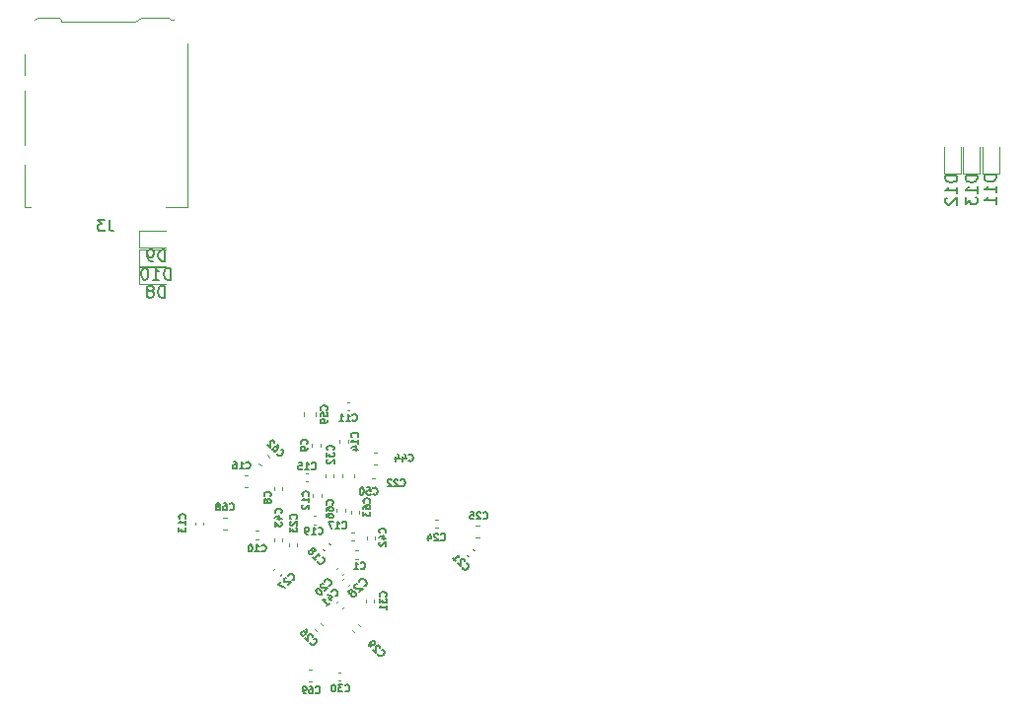
<source format=gbr>
%TF.GenerationSoftware,KiCad,Pcbnew,5.99.0+really5.1.10+dfsg1-1*%
%TF.CreationDate,2021-11-29T17:38:57+01:00*%
%TF.ProjectId,max80,6d617838-302e-46b6-9963-61645f706362,1.00*%
%TF.SameCoordinates,Original*%
%TF.FileFunction,Legend,Bot*%
%TF.FilePolarity,Positive*%
%FSLAX46Y46*%
G04 Gerber Fmt 4.6, Leading zero omitted, Abs format (unit mm)*
G04 Created by KiCad (PCBNEW 5.99.0+really5.1.10+dfsg1-1) date 2021-11-29 17:38:57*
%MOMM*%
%LPD*%
G01*
G04 APERTURE LIST*
%ADD10C,0.120000*%
%ADD11C,0.150000*%
G04 APERTURE END LIST*
D10*
%TO.C,D13*%
X193335000Y-52050000D02*
X193335000Y-54335000D01*
X193335000Y-54335000D02*
X191865000Y-54335000D01*
X191865000Y-54335000D02*
X191865000Y-52050000D01*
%TO.C,D12*%
X191685000Y-52050000D02*
X191685000Y-54335000D01*
X191685000Y-54335000D02*
X190215000Y-54335000D01*
X190215000Y-54335000D02*
X190215000Y-52050000D01*
%TO.C,D11*%
X195010000Y-52050000D02*
X195010000Y-54335000D01*
X195010000Y-54335000D02*
X193540000Y-54335000D01*
X193540000Y-54335000D02*
X193540000Y-52050000D01*
%TO.C,D10*%
X123437500Y-62335000D02*
X121152500Y-62335000D01*
X121152500Y-62335000D02*
X121152500Y-60865000D01*
X121152500Y-60865000D02*
X123437500Y-60865000D01*
%TO.C,D9*%
X123450000Y-60760000D02*
X121165000Y-60760000D01*
X121165000Y-60760000D02*
X121165000Y-59290000D01*
X121165000Y-59290000D02*
X123450000Y-59290000D01*
%TO.C,D8*%
X123425000Y-63860000D02*
X121140000Y-63860000D01*
X121140000Y-63860000D02*
X121140000Y-62390000D01*
X121140000Y-62390000D02*
X123425000Y-62390000D01*
%TO.C,C44*%
X141329420Y-78310000D02*
X141610580Y-78310000D01*
X141329420Y-79330000D02*
X141610580Y-79330000D01*
%TO.C,J3*%
X123435000Y-57225000D02*
X125355000Y-57225000D01*
X125355000Y-57225000D02*
X125355000Y-43215000D01*
X111835000Y-57225000D02*
X111385000Y-57225000D01*
X111385000Y-57225000D02*
X111385000Y-53615000D01*
X123675000Y-40955000D02*
X121365000Y-40955000D01*
X112415000Y-40955000D02*
X114275000Y-40955000D01*
X112415000Y-40955000D02*
X112215000Y-41155000D01*
X111385000Y-51915000D02*
X111385000Y-47215000D01*
X111385000Y-45915000D02*
X111385000Y-44115000D01*
X114485000Y-41305000D02*
X120855000Y-41305000D01*
X114485000Y-41305000D02*
X114485000Y-41155000D01*
X114275000Y-40955000D02*
X114485000Y-41155000D01*
X123675000Y-40955000D02*
X123875000Y-41155000D01*
X123875000Y-41155000D02*
X124135000Y-41155000D01*
X121365000Y-40955000D02*
X120855000Y-41305000D01*
%TO.C,C62*%
X131628781Y-79440030D02*
X131429970Y-79241219D01*
X132350030Y-78718781D02*
X132151219Y-78519970D01*
%TO.C,C69*%
X136020580Y-97960000D02*
X135739420Y-97960000D01*
X136020580Y-96940000D02*
X135739420Y-96940000D01*
%TO.C,C68*%
X128680580Y-84950000D02*
X128399420Y-84950000D01*
X128680580Y-83930000D02*
X128399420Y-83930000D01*
%TO.C,C59*%
X135280000Y-75170580D02*
X135280000Y-74889420D01*
X136300000Y-75170580D02*
X136300000Y-74889420D01*
%TO.C,C50*%
X138620000Y-80440580D02*
X138620000Y-80159420D01*
X139640000Y-80440580D02*
X139640000Y-80159420D01*
%TO.C,C25*%
X150059420Y-84620000D02*
X150340580Y-84620000D01*
X150059420Y-85640000D02*
X150340580Y-85640000D01*
%TO.C,C16*%
X130490580Y-81260000D02*
X130209420Y-81260000D01*
X130490580Y-80240000D02*
X130209420Y-80240000D01*
%TO.C,C28*%
X138800221Y-91518896D02*
X138647718Y-91671399D01*
X138291104Y-91009779D02*
X138138601Y-91162282D01*
%TO.C,C43*%
X132760000Y-85907836D02*
X132760000Y-85692164D01*
X133480000Y-85907836D02*
X133480000Y-85692164D01*
%TO.C,C42*%
X140690000Y-85737836D02*
X140690000Y-85522164D01*
X141410000Y-85737836D02*
X141410000Y-85522164D01*
%TO.C,C41*%
X138599190Y-89231693D02*
X138751693Y-89079190D01*
X139108307Y-89740810D02*
X139260810Y-89588307D01*
%TO.C,C32*%
X137160000Y-80427836D02*
X137160000Y-80212164D01*
X137880000Y-80427836D02*
X137880000Y-80212164D01*
%TO.C,C31*%
X140620000Y-91157836D02*
X140620000Y-90942164D01*
X141340000Y-91157836D02*
X141340000Y-90942164D01*
%TO.C,C30*%
X138262164Y-97180000D02*
X138477836Y-97180000D01*
X138262164Y-97900000D02*
X138477836Y-97900000D01*
%TO.C,C29*%
X139944581Y-93055464D02*
X140097084Y-93207967D01*
X139435464Y-93564581D02*
X139587967Y-93717084D01*
%TO.C,C27*%
X132725464Y-88385419D02*
X132877967Y-88232916D01*
X133234581Y-88894536D02*
X133387084Y-88742033D01*
%TO.C,C26*%
X136411693Y-93620810D02*
X136259190Y-93468307D01*
X136920810Y-93111693D02*
X136768307Y-92959190D01*
%TO.C,C24*%
X146572164Y-84080000D02*
X146787836Y-84080000D01*
X146572164Y-84800000D02*
X146787836Y-84800000D01*
%TO.C,C23*%
X134740000Y-86142164D02*
X134740000Y-86357836D01*
X134020000Y-86142164D02*
X134020000Y-86357836D01*
%TO.C,C22*%
X141377836Y-81280000D02*
X141162164Y-81280000D01*
X141377836Y-80560000D02*
X141162164Y-80560000D01*
%TO.C,C21*%
X149808307Y-86589190D02*
X149960810Y-86741693D01*
X149299190Y-87098307D02*
X149451693Y-87250810D01*
%TO.C,C20*%
X138079190Y-88331693D02*
X138231693Y-88179190D01*
X138588307Y-88840810D02*
X138740810Y-88688307D01*
%TO.C,C19*%
X136122164Y-83760000D02*
X136337836Y-83760000D01*
X136122164Y-84480000D02*
X136337836Y-84480000D01*
%TO.C,C18*%
X137408307Y-86079190D02*
X137560810Y-86231693D01*
X136899190Y-86588307D02*
X137051693Y-86740810D01*
%TO.C,C17*%
X139627836Y-85900000D02*
X139412164Y-85900000D01*
X139627836Y-85180000D02*
X139412164Y-85180000D01*
%TO.C,C15*%
X135442164Y-80090000D02*
X135657836Y-80090000D01*
X135442164Y-80810000D02*
X135657836Y-80810000D01*
%TO.C,C14*%
X138390000Y-77477836D02*
X138390000Y-77262164D01*
X139110000Y-77477836D02*
X139110000Y-77262164D01*
%TO.C,C13*%
X125980000Y-84527836D02*
X125980000Y-84312164D01*
X126700000Y-84527836D02*
X126700000Y-84312164D01*
%TO.C,C12*%
X136100000Y-82137836D02*
X136100000Y-81922164D01*
X136820000Y-82137836D02*
X136820000Y-81922164D01*
%TO.C,C11*%
X139002164Y-74010000D02*
X139217836Y-74010000D01*
X139002164Y-74730000D02*
X139217836Y-74730000D01*
%TO.C,C10*%
X131192164Y-85030000D02*
X131407836Y-85030000D01*
X131192164Y-85750000D02*
X131407836Y-85750000D01*
%TO.C,C9*%
X135990000Y-77787836D02*
X135990000Y-77572164D01*
X136710000Y-77787836D02*
X136710000Y-77572164D01*
%TO.C,C8*%
X132760000Y-81507836D02*
X132760000Y-81292164D01*
X133480000Y-81507836D02*
X133480000Y-81292164D01*
%TO.C,C1*%
X139967836Y-87460000D02*
X139752164Y-87460000D01*
X139967836Y-86740000D02*
X139752164Y-86740000D01*
%TO.C,C66*%
X138850000Y-83162164D02*
X138850000Y-83377836D01*
X138130000Y-83162164D02*
X138130000Y-83377836D01*
%TO.C,C63*%
X139330000Y-83547836D02*
X139330000Y-83332164D01*
X140050000Y-83547836D02*
X140050000Y-83332164D01*
%TO.C,D13*%
D11*
X193102380Y-54535714D02*
X192102380Y-54535714D01*
X192102380Y-54773809D01*
X192150000Y-54916666D01*
X192245238Y-55011904D01*
X192340476Y-55059523D01*
X192530952Y-55107142D01*
X192673809Y-55107142D01*
X192864285Y-55059523D01*
X192959523Y-55011904D01*
X193054761Y-54916666D01*
X193102380Y-54773809D01*
X193102380Y-54535714D01*
X193102380Y-56059523D02*
X193102380Y-55488095D01*
X193102380Y-55773809D02*
X192102380Y-55773809D01*
X192245238Y-55678571D01*
X192340476Y-55583333D01*
X192388095Y-55488095D01*
X192102380Y-56392857D02*
X192102380Y-57011904D01*
X192483333Y-56678571D01*
X192483333Y-56821428D01*
X192530952Y-56916666D01*
X192578571Y-56964285D01*
X192673809Y-57011904D01*
X192911904Y-57011904D01*
X193007142Y-56964285D01*
X193054761Y-56916666D01*
X193102380Y-56821428D01*
X193102380Y-56535714D01*
X193054761Y-56440476D01*
X193007142Y-56392857D01*
%TO.C,D12*%
X191377380Y-54560714D02*
X190377380Y-54560714D01*
X190377380Y-54798809D01*
X190425000Y-54941666D01*
X190520238Y-55036904D01*
X190615476Y-55084523D01*
X190805952Y-55132142D01*
X190948809Y-55132142D01*
X191139285Y-55084523D01*
X191234523Y-55036904D01*
X191329761Y-54941666D01*
X191377380Y-54798809D01*
X191377380Y-54560714D01*
X191377380Y-56084523D02*
X191377380Y-55513095D01*
X191377380Y-55798809D02*
X190377380Y-55798809D01*
X190520238Y-55703571D01*
X190615476Y-55608333D01*
X190663095Y-55513095D01*
X190472619Y-56465476D02*
X190425000Y-56513095D01*
X190377380Y-56608333D01*
X190377380Y-56846428D01*
X190425000Y-56941666D01*
X190472619Y-56989285D01*
X190567857Y-57036904D01*
X190663095Y-57036904D01*
X190805952Y-56989285D01*
X191377380Y-56417857D01*
X191377380Y-57036904D01*
%TO.C,D11*%
X194702380Y-54485714D02*
X193702380Y-54485714D01*
X193702380Y-54723809D01*
X193750000Y-54866666D01*
X193845238Y-54961904D01*
X193940476Y-55009523D01*
X194130952Y-55057142D01*
X194273809Y-55057142D01*
X194464285Y-55009523D01*
X194559523Y-54961904D01*
X194654761Y-54866666D01*
X194702380Y-54723809D01*
X194702380Y-54485714D01*
X194702380Y-56009523D02*
X194702380Y-55438095D01*
X194702380Y-55723809D02*
X193702380Y-55723809D01*
X193845238Y-55628571D01*
X193940476Y-55533333D01*
X193988095Y-55438095D01*
X194702380Y-56961904D02*
X194702380Y-56390476D01*
X194702380Y-56676190D02*
X193702380Y-56676190D01*
X193845238Y-56580952D01*
X193940476Y-56485714D01*
X193988095Y-56390476D01*
%TO.C,D10*%
X123851785Y-63482380D02*
X123851785Y-62482380D01*
X123613690Y-62482380D01*
X123470833Y-62530000D01*
X123375595Y-62625238D01*
X123327976Y-62720476D01*
X123280357Y-62910952D01*
X123280357Y-63053809D01*
X123327976Y-63244285D01*
X123375595Y-63339523D01*
X123470833Y-63434761D01*
X123613690Y-63482380D01*
X123851785Y-63482380D01*
X122327976Y-63482380D02*
X122899404Y-63482380D01*
X122613690Y-63482380D02*
X122613690Y-62482380D01*
X122708928Y-62625238D01*
X122804166Y-62720476D01*
X122899404Y-62768095D01*
X121708928Y-62482380D02*
X121613690Y-62482380D01*
X121518452Y-62530000D01*
X121470833Y-62577619D01*
X121423214Y-62672857D01*
X121375595Y-62863333D01*
X121375595Y-63101428D01*
X121423214Y-63291904D01*
X121470833Y-63387142D01*
X121518452Y-63434761D01*
X121613690Y-63482380D01*
X121708928Y-63482380D01*
X121804166Y-63434761D01*
X121851785Y-63387142D01*
X121899404Y-63291904D01*
X121947023Y-63101428D01*
X121947023Y-62863333D01*
X121899404Y-62672857D01*
X121851785Y-62577619D01*
X121804166Y-62530000D01*
X121708928Y-62482380D01*
%TO.C,D9*%
X123388095Y-61907380D02*
X123388095Y-60907380D01*
X123150000Y-60907380D01*
X123007142Y-60955000D01*
X122911904Y-61050238D01*
X122864285Y-61145476D01*
X122816666Y-61335952D01*
X122816666Y-61478809D01*
X122864285Y-61669285D01*
X122911904Y-61764523D01*
X123007142Y-61859761D01*
X123150000Y-61907380D01*
X123388095Y-61907380D01*
X122340476Y-61907380D02*
X122150000Y-61907380D01*
X122054761Y-61859761D01*
X122007142Y-61812142D01*
X121911904Y-61669285D01*
X121864285Y-61478809D01*
X121864285Y-61097857D01*
X121911904Y-61002619D01*
X121959523Y-60955000D01*
X122054761Y-60907380D01*
X122245238Y-60907380D01*
X122340476Y-60955000D01*
X122388095Y-61002619D01*
X122435714Y-61097857D01*
X122435714Y-61335952D01*
X122388095Y-61431190D01*
X122340476Y-61478809D01*
X122245238Y-61526428D01*
X122054761Y-61526428D01*
X121959523Y-61478809D01*
X121911904Y-61431190D01*
X121864285Y-61335952D01*
%TO.C,D8*%
X123363095Y-65007380D02*
X123363095Y-64007380D01*
X123125000Y-64007380D01*
X122982142Y-64055000D01*
X122886904Y-64150238D01*
X122839285Y-64245476D01*
X122791666Y-64435952D01*
X122791666Y-64578809D01*
X122839285Y-64769285D01*
X122886904Y-64864523D01*
X122982142Y-64959761D01*
X123125000Y-65007380D01*
X123363095Y-65007380D01*
X122220238Y-64435952D02*
X122315476Y-64388333D01*
X122363095Y-64340714D01*
X122410714Y-64245476D01*
X122410714Y-64197857D01*
X122363095Y-64102619D01*
X122315476Y-64055000D01*
X122220238Y-64007380D01*
X122029761Y-64007380D01*
X121934523Y-64055000D01*
X121886904Y-64102619D01*
X121839285Y-64197857D01*
X121839285Y-64245476D01*
X121886904Y-64340714D01*
X121934523Y-64388333D01*
X122029761Y-64435952D01*
X122220238Y-64435952D01*
X122315476Y-64483571D01*
X122363095Y-64531190D01*
X122410714Y-64626428D01*
X122410714Y-64816904D01*
X122363095Y-64912142D01*
X122315476Y-64959761D01*
X122220238Y-65007380D01*
X122029761Y-65007380D01*
X121934523Y-64959761D01*
X121886904Y-64912142D01*
X121839285Y-64816904D01*
X121839285Y-64626428D01*
X121886904Y-64531190D01*
X121934523Y-64483571D01*
X122029761Y-64435952D01*
%TO.C,C44*%
X144305714Y-79004285D02*
X144334285Y-79032857D01*
X144420000Y-79061428D01*
X144477142Y-79061428D01*
X144562857Y-79032857D01*
X144620000Y-78975714D01*
X144648571Y-78918571D01*
X144677142Y-78804285D01*
X144677142Y-78718571D01*
X144648571Y-78604285D01*
X144620000Y-78547142D01*
X144562857Y-78490000D01*
X144477142Y-78461428D01*
X144420000Y-78461428D01*
X144334285Y-78490000D01*
X144305714Y-78518571D01*
X143791428Y-78661428D02*
X143791428Y-79061428D01*
X143934285Y-78432857D02*
X144077142Y-78861428D01*
X143705714Y-78861428D01*
X143220000Y-78661428D02*
X143220000Y-79061428D01*
X143362857Y-78432857D02*
X143505714Y-78861428D01*
X143134285Y-78861428D01*
%TO.C,J3*%
X118618333Y-58317380D02*
X118618333Y-59031666D01*
X118665952Y-59174523D01*
X118761190Y-59269761D01*
X118904047Y-59317380D01*
X118999285Y-59317380D01*
X118237380Y-58317380D02*
X117618333Y-58317380D01*
X117951666Y-58698333D01*
X117808809Y-58698333D01*
X117713571Y-58745952D01*
X117665952Y-58793571D01*
X117618333Y-58888809D01*
X117618333Y-59126904D01*
X117665952Y-59222142D01*
X117713571Y-59269761D01*
X117808809Y-59317380D01*
X118094523Y-59317380D01*
X118189761Y-59269761D01*
X118237380Y-59222142D01*
%TO.C,C62*%
X133022381Y-78393101D02*
X133022381Y-78433507D01*
X133062787Y-78514319D01*
X133103193Y-78554725D01*
X133184005Y-78595131D01*
X133264817Y-78595131D01*
X133325427Y-78574928D01*
X133426442Y-78514319D01*
X133487051Y-78453710D01*
X133547660Y-78352694D01*
X133567863Y-78292085D01*
X133567863Y-78211273D01*
X133527457Y-78130461D01*
X133487051Y-78090055D01*
X133406239Y-78049649D01*
X133365833Y-78049649D01*
X133042584Y-77645588D02*
X133123396Y-77726400D01*
X133143599Y-77787009D01*
X133143599Y-77827415D01*
X133123396Y-77928430D01*
X133062787Y-78029446D01*
X132901163Y-78191070D01*
X132840553Y-78211273D01*
X132800147Y-78211273D01*
X132739538Y-78191070D01*
X132658726Y-78110258D01*
X132638523Y-78049649D01*
X132638523Y-78009243D01*
X132658726Y-77948633D01*
X132759741Y-77847618D01*
X132820350Y-77827415D01*
X132860756Y-77827415D01*
X132921366Y-77847618D01*
X133002178Y-77928430D01*
X133022381Y-77989040D01*
X133022381Y-78029446D01*
X133002178Y-78090055D01*
X132800147Y-77483963D02*
X132800147Y-77443557D01*
X132779944Y-77382948D01*
X132678929Y-77281933D01*
X132618320Y-77261730D01*
X132577914Y-77261730D01*
X132517305Y-77281933D01*
X132476898Y-77322339D01*
X132436492Y-77403151D01*
X132436492Y-77888024D01*
X132173853Y-77625385D01*
%TO.C,C69*%
X136325714Y-98924285D02*
X136354285Y-98952857D01*
X136440000Y-98981428D01*
X136497142Y-98981428D01*
X136582857Y-98952857D01*
X136640000Y-98895714D01*
X136668571Y-98838571D01*
X136697142Y-98724285D01*
X136697142Y-98638571D01*
X136668571Y-98524285D01*
X136640000Y-98467142D01*
X136582857Y-98410000D01*
X136497142Y-98381428D01*
X136440000Y-98381428D01*
X136354285Y-98410000D01*
X136325714Y-98438571D01*
X135811428Y-98381428D02*
X135925714Y-98381428D01*
X135982857Y-98410000D01*
X136011428Y-98438571D01*
X136068571Y-98524285D01*
X136097142Y-98638571D01*
X136097142Y-98867142D01*
X136068571Y-98924285D01*
X136040000Y-98952857D01*
X135982857Y-98981428D01*
X135868571Y-98981428D01*
X135811428Y-98952857D01*
X135782857Y-98924285D01*
X135754285Y-98867142D01*
X135754285Y-98724285D01*
X135782857Y-98667142D01*
X135811428Y-98638571D01*
X135868571Y-98610000D01*
X135982857Y-98610000D01*
X136040000Y-98638571D01*
X136068571Y-98667142D01*
X136097142Y-98724285D01*
X135468571Y-98981428D02*
X135354285Y-98981428D01*
X135297142Y-98952857D01*
X135268571Y-98924285D01*
X135211428Y-98838571D01*
X135182857Y-98724285D01*
X135182857Y-98495714D01*
X135211428Y-98438571D01*
X135240000Y-98410000D01*
X135297142Y-98381428D01*
X135411428Y-98381428D01*
X135468571Y-98410000D01*
X135497142Y-98438571D01*
X135525714Y-98495714D01*
X135525714Y-98638571D01*
X135497142Y-98695714D01*
X135468571Y-98724285D01*
X135411428Y-98752857D01*
X135297142Y-98752857D01*
X135240000Y-98724285D01*
X135211428Y-98695714D01*
X135182857Y-98638571D01*
%TO.C,C68*%
X128925714Y-83224285D02*
X128954285Y-83252857D01*
X129040000Y-83281428D01*
X129097142Y-83281428D01*
X129182857Y-83252857D01*
X129240000Y-83195714D01*
X129268571Y-83138571D01*
X129297142Y-83024285D01*
X129297142Y-82938571D01*
X129268571Y-82824285D01*
X129240000Y-82767142D01*
X129182857Y-82710000D01*
X129097142Y-82681428D01*
X129040000Y-82681428D01*
X128954285Y-82710000D01*
X128925714Y-82738571D01*
X128411428Y-82681428D02*
X128525714Y-82681428D01*
X128582857Y-82710000D01*
X128611428Y-82738571D01*
X128668571Y-82824285D01*
X128697142Y-82938571D01*
X128697142Y-83167142D01*
X128668571Y-83224285D01*
X128640000Y-83252857D01*
X128582857Y-83281428D01*
X128468571Y-83281428D01*
X128411428Y-83252857D01*
X128382857Y-83224285D01*
X128354285Y-83167142D01*
X128354285Y-83024285D01*
X128382857Y-82967142D01*
X128411428Y-82938571D01*
X128468571Y-82910000D01*
X128582857Y-82910000D01*
X128640000Y-82938571D01*
X128668571Y-82967142D01*
X128697142Y-83024285D01*
X128011428Y-82938571D02*
X128068571Y-82910000D01*
X128097142Y-82881428D01*
X128125714Y-82824285D01*
X128125714Y-82795714D01*
X128097142Y-82738571D01*
X128068571Y-82710000D01*
X128011428Y-82681428D01*
X127897142Y-82681428D01*
X127840000Y-82710000D01*
X127811428Y-82738571D01*
X127782857Y-82795714D01*
X127782857Y-82824285D01*
X127811428Y-82881428D01*
X127840000Y-82910000D01*
X127897142Y-82938571D01*
X128011428Y-82938571D01*
X128068571Y-82967142D01*
X128097142Y-82995714D01*
X128125714Y-83052857D01*
X128125714Y-83167142D01*
X128097142Y-83224285D01*
X128068571Y-83252857D01*
X128011428Y-83281428D01*
X127897142Y-83281428D01*
X127840000Y-83252857D01*
X127811428Y-83224285D01*
X127782857Y-83167142D01*
X127782857Y-83052857D01*
X127811428Y-82995714D01*
X127840000Y-82967142D01*
X127897142Y-82938571D01*
%TO.C,C59*%
X137274285Y-74664285D02*
X137302857Y-74635714D01*
X137331428Y-74550000D01*
X137331428Y-74492857D01*
X137302857Y-74407142D01*
X137245714Y-74350000D01*
X137188571Y-74321428D01*
X137074285Y-74292857D01*
X136988571Y-74292857D01*
X136874285Y-74321428D01*
X136817142Y-74350000D01*
X136760000Y-74407142D01*
X136731428Y-74492857D01*
X136731428Y-74550000D01*
X136760000Y-74635714D01*
X136788571Y-74664285D01*
X136731428Y-75207142D02*
X136731428Y-74921428D01*
X137017142Y-74892857D01*
X136988571Y-74921428D01*
X136960000Y-74978571D01*
X136960000Y-75121428D01*
X136988571Y-75178571D01*
X137017142Y-75207142D01*
X137074285Y-75235714D01*
X137217142Y-75235714D01*
X137274285Y-75207142D01*
X137302857Y-75178571D01*
X137331428Y-75121428D01*
X137331428Y-74978571D01*
X137302857Y-74921428D01*
X137274285Y-74892857D01*
X137331428Y-75521428D02*
X137331428Y-75635714D01*
X137302857Y-75692857D01*
X137274285Y-75721428D01*
X137188571Y-75778571D01*
X137074285Y-75807142D01*
X136845714Y-75807142D01*
X136788571Y-75778571D01*
X136760000Y-75750000D01*
X136731428Y-75692857D01*
X136731428Y-75578571D01*
X136760000Y-75521428D01*
X136788571Y-75492857D01*
X136845714Y-75464285D01*
X136988571Y-75464285D01*
X137045714Y-75492857D01*
X137074285Y-75521428D01*
X137102857Y-75578571D01*
X137102857Y-75692857D01*
X137074285Y-75750000D01*
X137045714Y-75778571D01*
X136988571Y-75807142D01*
%TO.C,C50*%
X141255714Y-81874285D02*
X141284285Y-81902857D01*
X141370000Y-81931428D01*
X141427142Y-81931428D01*
X141512857Y-81902857D01*
X141570000Y-81845714D01*
X141598571Y-81788571D01*
X141627142Y-81674285D01*
X141627142Y-81588571D01*
X141598571Y-81474285D01*
X141570000Y-81417142D01*
X141512857Y-81360000D01*
X141427142Y-81331428D01*
X141370000Y-81331428D01*
X141284285Y-81360000D01*
X141255714Y-81388571D01*
X140712857Y-81331428D02*
X140998571Y-81331428D01*
X141027142Y-81617142D01*
X140998571Y-81588571D01*
X140941428Y-81560000D01*
X140798571Y-81560000D01*
X140741428Y-81588571D01*
X140712857Y-81617142D01*
X140684285Y-81674285D01*
X140684285Y-81817142D01*
X140712857Y-81874285D01*
X140741428Y-81902857D01*
X140798571Y-81931428D01*
X140941428Y-81931428D01*
X140998571Y-81902857D01*
X141027142Y-81874285D01*
X140312857Y-81331428D02*
X140255714Y-81331428D01*
X140198571Y-81360000D01*
X140170000Y-81388571D01*
X140141428Y-81445714D01*
X140112857Y-81560000D01*
X140112857Y-81702857D01*
X140141428Y-81817142D01*
X140170000Y-81874285D01*
X140198571Y-81902857D01*
X140255714Y-81931428D01*
X140312857Y-81931428D01*
X140370000Y-81902857D01*
X140398571Y-81874285D01*
X140427142Y-81817142D01*
X140455714Y-81702857D01*
X140455714Y-81560000D01*
X140427142Y-81445714D01*
X140398571Y-81388571D01*
X140370000Y-81360000D01*
X140312857Y-81331428D01*
%TO.C,C25*%
X150705714Y-83974285D02*
X150734285Y-84002857D01*
X150820000Y-84031428D01*
X150877142Y-84031428D01*
X150962857Y-84002857D01*
X151020000Y-83945714D01*
X151048571Y-83888571D01*
X151077142Y-83774285D01*
X151077142Y-83688571D01*
X151048571Y-83574285D01*
X151020000Y-83517142D01*
X150962857Y-83460000D01*
X150877142Y-83431428D01*
X150820000Y-83431428D01*
X150734285Y-83460000D01*
X150705714Y-83488571D01*
X150477142Y-83488571D02*
X150448571Y-83460000D01*
X150391428Y-83431428D01*
X150248571Y-83431428D01*
X150191428Y-83460000D01*
X150162857Y-83488571D01*
X150134285Y-83545714D01*
X150134285Y-83602857D01*
X150162857Y-83688571D01*
X150505714Y-84031428D01*
X150134285Y-84031428D01*
X149591428Y-83431428D02*
X149877142Y-83431428D01*
X149905714Y-83717142D01*
X149877142Y-83688571D01*
X149820000Y-83660000D01*
X149677142Y-83660000D01*
X149620000Y-83688571D01*
X149591428Y-83717142D01*
X149562857Y-83774285D01*
X149562857Y-83917142D01*
X149591428Y-83974285D01*
X149620000Y-84002857D01*
X149677142Y-84031428D01*
X149820000Y-84031428D01*
X149877142Y-84002857D01*
X149905714Y-83974285D01*
%TO.C,C16*%
X130345714Y-79664285D02*
X130374285Y-79692857D01*
X130460000Y-79721428D01*
X130517142Y-79721428D01*
X130602857Y-79692857D01*
X130660000Y-79635714D01*
X130688571Y-79578571D01*
X130717142Y-79464285D01*
X130717142Y-79378571D01*
X130688571Y-79264285D01*
X130660000Y-79207142D01*
X130602857Y-79150000D01*
X130517142Y-79121428D01*
X130460000Y-79121428D01*
X130374285Y-79150000D01*
X130345714Y-79178571D01*
X129774285Y-79721428D02*
X130117142Y-79721428D01*
X129945714Y-79721428D02*
X129945714Y-79121428D01*
X130002857Y-79207142D01*
X130060000Y-79264285D01*
X130117142Y-79292857D01*
X129260000Y-79121428D02*
X129374285Y-79121428D01*
X129431428Y-79150000D01*
X129460000Y-79178571D01*
X129517142Y-79264285D01*
X129545714Y-79378571D01*
X129545714Y-79607142D01*
X129517142Y-79664285D01*
X129488571Y-79692857D01*
X129431428Y-79721428D01*
X129317142Y-79721428D01*
X129260000Y-79692857D01*
X129231428Y-79664285D01*
X129202857Y-79607142D01*
X129202857Y-79464285D01*
X129231428Y-79407142D01*
X129260000Y-79378571D01*
X129317142Y-79350000D01*
X129431428Y-79350000D01*
X129488571Y-79378571D01*
X129517142Y-79407142D01*
X129545714Y-79464285D01*
%TO.C,C28*%
X140464974Y-89788578D02*
X140512115Y-89788578D01*
X140606396Y-89741438D01*
X140653536Y-89694297D01*
X140700677Y-89600016D01*
X140700677Y-89505735D01*
X140677106Y-89435025D01*
X140606396Y-89317174D01*
X140535685Y-89246463D01*
X140417834Y-89175752D01*
X140347123Y-89152182D01*
X140252842Y-89152182D01*
X140158561Y-89199322D01*
X140111421Y-89246463D01*
X140064280Y-89340744D01*
X140064280Y-89387884D01*
X139875719Y-89576446D02*
X139828578Y-89576446D01*
X139757867Y-89600016D01*
X139640016Y-89717867D01*
X139616446Y-89788578D01*
X139616446Y-89835719D01*
X139640016Y-89906429D01*
X139687157Y-89953570D01*
X139781438Y-90000710D01*
X140347123Y-90000710D01*
X140040710Y-90307123D01*
X139475025Y-90307123D02*
X139498595Y-90236412D01*
X139498595Y-90189272D01*
X139475025Y-90118561D01*
X139451455Y-90094991D01*
X139380744Y-90071421D01*
X139333603Y-90071421D01*
X139262893Y-90094991D01*
X139168612Y-90189272D01*
X139145042Y-90259983D01*
X139145042Y-90307123D01*
X139168612Y-90377834D01*
X139192182Y-90401404D01*
X139262893Y-90424974D01*
X139310033Y-90424974D01*
X139380744Y-90401404D01*
X139475025Y-90307123D01*
X139545735Y-90283553D01*
X139592876Y-90283553D01*
X139663587Y-90307123D01*
X139757867Y-90401404D01*
X139781438Y-90472115D01*
X139781438Y-90519255D01*
X139757867Y-90589966D01*
X139663587Y-90684247D01*
X139592876Y-90707817D01*
X139545735Y-90707817D01*
X139475025Y-90684247D01*
X139380744Y-90589966D01*
X139357174Y-90519255D01*
X139357174Y-90472115D01*
X139380744Y-90401404D01*
%TO.C,C43*%
X133364285Y-83514285D02*
X133392857Y-83485714D01*
X133421428Y-83400000D01*
X133421428Y-83342857D01*
X133392857Y-83257142D01*
X133335714Y-83200000D01*
X133278571Y-83171428D01*
X133164285Y-83142857D01*
X133078571Y-83142857D01*
X132964285Y-83171428D01*
X132907142Y-83200000D01*
X132850000Y-83257142D01*
X132821428Y-83342857D01*
X132821428Y-83400000D01*
X132850000Y-83485714D01*
X132878571Y-83514285D01*
X133021428Y-84028571D02*
X133421428Y-84028571D01*
X132792857Y-83885714D02*
X133221428Y-83742857D01*
X133221428Y-84114285D01*
X132821428Y-84285714D02*
X132821428Y-84657142D01*
X133050000Y-84457142D01*
X133050000Y-84542857D01*
X133078571Y-84600000D01*
X133107142Y-84628571D01*
X133164285Y-84657142D01*
X133307142Y-84657142D01*
X133364285Y-84628571D01*
X133392857Y-84600000D01*
X133421428Y-84542857D01*
X133421428Y-84371428D01*
X133392857Y-84314285D01*
X133364285Y-84285714D01*
%TO.C,C42*%
X142304285Y-85214285D02*
X142332857Y-85185714D01*
X142361428Y-85100000D01*
X142361428Y-85042857D01*
X142332857Y-84957142D01*
X142275714Y-84900000D01*
X142218571Y-84871428D01*
X142104285Y-84842857D01*
X142018571Y-84842857D01*
X141904285Y-84871428D01*
X141847142Y-84900000D01*
X141790000Y-84957142D01*
X141761428Y-85042857D01*
X141761428Y-85100000D01*
X141790000Y-85185714D01*
X141818571Y-85214285D01*
X141961428Y-85728571D02*
X142361428Y-85728571D01*
X141732857Y-85585714D02*
X142161428Y-85442857D01*
X142161428Y-85814285D01*
X141818571Y-86014285D02*
X141790000Y-86042857D01*
X141761428Y-86100000D01*
X141761428Y-86242857D01*
X141790000Y-86300000D01*
X141818571Y-86328571D01*
X141875714Y-86357142D01*
X141932857Y-86357142D01*
X142018571Y-86328571D01*
X142361428Y-85985714D01*
X142361428Y-86357142D01*
%TO.C,C41*%
X138024264Y-90638781D02*
X138064670Y-90638781D01*
X138145482Y-90598375D01*
X138185888Y-90557969D01*
X138226294Y-90477157D01*
X138226294Y-90396345D01*
X138206091Y-90335735D01*
X138145482Y-90234720D01*
X138084873Y-90174111D01*
X137983857Y-90113502D01*
X137923248Y-90093299D01*
X137842436Y-90093299D01*
X137761624Y-90133705D01*
X137721218Y-90174111D01*
X137680812Y-90254923D01*
X137680812Y-90295329D01*
X137418172Y-90760000D02*
X137701015Y-91042842D01*
X137357563Y-90497360D02*
X137761624Y-90699390D01*
X137498984Y-90962030D01*
X137256548Y-91487309D02*
X137498984Y-91244873D01*
X137377766Y-91366091D02*
X136953502Y-90941827D01*
X137054517Y-90962030D01*
X137135329Y-90962030D01*
X137195938Y-90941827D01*
%TO.C,C32*%
X137834285Y-78114285D02*
X137862857Y-78085714D01*
X137891428Y-78000000D01*
X137891428Y-77942857D01*
X137862857Y-77857142D01*
X137805714Y-77800000D01*
X137748571Y-77771428D01*
X137634285Y-77742857D01*
X137548571Y-77742857D01*
X137434285Y-77771428D01*
X137377142Y-77800000D01*
X137320000Y-77857142D01*
X137291428Y-77942857D01*
X137291428Y-78000000D01*
X137320000Y-78085714D01*
X137348571Y-78114285D01*
X137291428Y-78314285D02*
X137291428Y-78685714D01*
X137520000Y-78485714D01*
X137520000Y-78571428D01*
X137548571Y-78628571D01*
X137577142Y-78657142D01*
X137634285Y-78685714D01*
X137777142Y-78685714D01*
X137834285Y-78657142D01*
X137862857Y-78628571D01*
X137891428Y-78571428D01*
X137891428Y-78400000D01*
X137862857Y-78342857D01*
X137834285Y-78314285D01*
X137348571Y-78914285D02*
X137320000Y-78942857D01*
X137291428Y-79000000D01*
X137291428Y-79142857D01*
X137320000Y-79200000D01*
X137348571Y-79228571D01*
X137405714Y-79257142D01*
X137462857Y-79257142D01*
X137548571Y-79228571D01*
X137891428Y-78885714D01*
X137891428Y-79257142D01*
%TO.C,C31*%
X142354285Y-90664285D02*
X142382857Y-90635714D01*
X142411428Y-90550000D01*
X142411428Y-90492857D01*
X142382857Y-90407142D01*
X142325714Y-90350000D01*
X142268571Y-90321428D01*
X142154285Y-90292857D01*
X142068571Y-90292857D01*
X141954285Y-90321428D01*
X141897142Y-90350000D01*
X141840000Y-90407142D01*
X141811428Y-90492857D01*
X141811428Y-90550000D01*
X141840000Y-90635714D01*
X141868571Y-90664285D01*
X141811428Y-90864285D02*
X141811428Y-91235714D01*
X142040000Y-91035714D01*
X142040000Y-91121428D01*
X142068571Y-91178571D01*
X142097142Y-91207142D01*
X142154285Y-91235714D01*
X142297142Y-91235714D01*
X142354285Y-91207142D01*
X142382857Y-91178571D01*
X142411428Y-91121428D01*
X142411428Y-90950000D01*
X142382857Y-90892857D01*
X142354285Y-90864285D01*
X142411428Y-91807142D02*
X142411428Y-91464285D01*
X142411428Y-91635714D02*
X141811428Y-91635714D01*
X141897142Y-91578571D01*
X141954285Y-91521428D01*
X141982857Y-91464285D01*
%TO.C,C30*%
X138825714Y-98794285D02*
X138854285Y-98822857D01*
X138940000Y-98851428D01*
X138997142Y-98851428D01*
X139082857Y-98822857D01*
X139140000Y-98765714D01*
X139168571Y-98708571D01*
X139197142Y-98594285D01*
X139197142Y-98508571D01*
X139168571Y-98394285D01*
X139140000Y-98337142D01*
X139082857Y-98280000D01*
X138997142Y-98251428D01*
X138940000Y-98251428D01*
X138854285Y-98280000D01*
X138825714Y-98308571D01*
X138625714Y-98251428D02*
X138254285Y-98251428D01*
X138454285Y-98480000D01*
X138368571Y-98480000D01*
X138311428Y-98508571D01*
X138282857Y-98537142D01*
X138254285Y-98594285D01*
X138254285Y-98737142D01*
X138282857Y-98794285D01*
X138311428Y-98822857D01*
X138368571Y-98851428D01*
X138540000Y-98851428D01*
X138597142Y-98822857D01*
X138625714Y-98794285D01*
X137882857Y-98251428D02*
X137825714Y-98251428D01*
X137768571Y-98280000D01*
X137740000Y-98308571D01*
X137711428Y-98365714D01*
X137682857Y-98480000D01*
X137682857Y-98622857D01*
X137711428Y-98737142D01*
X137740000Y-98794285D01*
X137768571Y-98822857D01*
X137825714Y-98851428D01*
X137882857Y-98851428D01*
X137940000Y-98822857D01*
X137968571Y-98794285D01*
X137997142Y-98737142D01*
X138025714Y-98622857D01*
X138025714Y-98480000D01*
X137997142Y-98365714D01*
X137968571Y-98308571D01*
X137940000Y-98280000D01*
X137882857Y-98251428D01*
%TO.C,C29*%
X141671218Y-95604264D02*
X141671218Y-95644670D01*
X141711624Y-95725482D01*
X141752030Y-95765888D01*
X141832842Y-95806294D01*
X141913654Y-95806294D01*
X141974264Y-95786091D01*
X142075279Y-95725482D01*
X142135888Y-95664873D01*
X142196497Y-95563857D01*
X142216700Y-95503248D01*
X142216700Y-95422436D01*
X142176294Y-95341624D01*
X142135888Y-95301218D01*
X142055076Y-95260812D01*
X142014670Y-95260812D01*
X141853045Y-95099187D02*
X141853045Y-95058781D01*
X141832842Y-94998172D01*
X141731827Y-94897157D01*
X141671218Y-94876954D01*
X141630812Y-94876954D01*
X141570203Y-94897157D01*
X141529796Y-94937563D01*
X141489390Y-95018375D01*
X141489390Y-95503248D01*
X141226751Y-95240609D01*
X141024720Y-95038578D02*
X140943908Y-94957766D01*
X140923705Y-94897157D01*
X140923705Y-94856751D01*
X140943908Y-94755735D01*
X141004517Y-94654720D01*
X141166142Y-94493096D01*
X141226751Y-94472893D01*
X141267157Y-94472893D01*
X141327766Y-94493096D01*
X141408578Y-94573908D01*
X141428781Y-94634517D01*
X141428781Y-94674923D01*
X141408578Y-94735532D01*
X141307563Y-94836548D01*
X141246954Y-94856751D01*
X141206548Y-94856751D01*
X141145938Y-94836548D01*
X141065126Y-94755735D01*
X141044923Y-94695126D01*
X141044923Y-94654720D01*
X141065126Y-94594111D01*
%TO.C,C27*%
X134300782Y-89262751D02*
X134341188Y-89262751D01*
X134422000Y-89222345D01*
X134462406Y-89181939D01*
X134502812Y-89101127D01*
X134502812Y-89020315D01*
X134482609Y-88959705D01*
X134422000Y-88858690D01*
X134361391Y-88798081D01*
X134260375Y-88737472D01*
X134199766Y-88717269D01*
X134118954Y-88717269D01*
X134038142Y-88757675D01*
X133997736Y-88798081D01*
X133957330Y-88878893D01*
X133957330Y-88919299D01*
X133795705Y-89080924D02*
X133755299Y-89080924D01*
X133694690Y-89101127D01*
X133593675Y-89202142D01*
X133573472Y-89262751D01*
X133573472Y-89303157D01*
X133593675Y-89363766D01*
X133634081Y-89404173D01*
X133714893Y-89444579D01*
X134199766Y-89444579D01*
X133937127Y-89707218D01*
X133371441Y-89424376D02*
X133088599Y-89707218D01*
X133694690Y-89949655D01*
%TO.C,C26*%
X135851218Y-94634264D02*
X135851218Y-94674670D01*
X135891624Y-94755482D01*
X135932030Y-94795888D01*
X136012842Y-94836294D01*
X136093654Y-94836294D01*
X136154264Y-94816091D01*
X136255279Y-94755482D01*
X136315888Y-94694873D01*
X136376497Y-94593857D01*
X136396700Y-94533248D01*
X136396700Y-94452436D01*
X136356294Y-94371624D01*
X136315888Y-94331218D01*
X136235076Y-94290812D01*
X136194670Y-94290812D01*
X136033045Y-94129187D02*
X136033045Y-94088781D01*
X136012842Y-94028172D01*
X135911827Y-93927157D01*
X135851218Y-93906954D01*
X135810812Y-93906954D01*
X135750203Y-93927157D01*
X135709796Y-93967563D01*
X135669390Y-94048375D01*
X135669390Y-94533248D01*
X135406751Y-94270609D01*
X135467360Y-93482690D02*
X135548172Y-93563502D01*
X135568375Y-93624111D01*
X135568375Y-93664517D01*
X135548172Y-93765532D01*
X135487563Y-93866548D01*
X135325938Y-94028172D01*
X135265329Y-94048375D01*
X135224923Y-94048375D01*
X135164314Y-94028172D01*
X135083502Y-93947360D01*
X135063299Y-93886751D01*
X135063299Y-93846345D01*
X135083502Y-93785735D01*
X135184517Y-93684720D01*
X135245126Y-93664517D01*
X135285532Y-93664517D01*
X135346142Y-93684720D01*
X135426954Y-93765532D01*
X135447157Y-93826142D01*
X135447157Y-93866548D01*
X135426954Y-93927157D01*
%TO.C,C24*%
X147065714Y-85814285D02*
X147094285Y-85842857D01*
X147180000Y-85871428D01*
X147237142Y-85871428D01*
X147322857Y-85842857D01*
X147380000Y-85785714D01*
X147408571Y-85728571D01*
X147437142Y-85614285D01*
X147437142Y-85528571D01*
X147408571Y-85414285D01*
X147380000Y-85357142D01*
X147322857Y-85300000D01*
X147237142Y-85271428D01*
X147180000Y-85271428D01*
X147094285Y-85300000D01*
X147065714Y-85328571D01*
X146837142Y-85328571D02*
X146808571Y-85300000D01*
X146751428Y-85271428D01*
X146608571Y-85271428D01*
X146551428Y-85300000D01*
X146522857Y-85328571D01*
X146494285Y-85385714D01*
X146494285Y-85442857D01*
X146522857Y-85528571D01*
X146865714Y-85871428D01*
X146494285Y-85871428D01*
X145980000Y-85471428D02*
X145980000Y-85871428D01*
X146122857Y-85242857D02*
X146265714Y-85671428D01*
X145894285Y-85671428D01*
%TO.C,C23*%
X134654285Y-83994285D02*
X134682857Y-83965714D01*
X134711428Y-83880000D01*
X134711428Y-83822857D01*
X134682857Y-83737142D01*
X134625714Y-83680000D01*
X134568571Y-83651428D01*
X134454285Y-83622857D01*
X134368571Y-83622857D01*
X134254285Y-83651428D01*
X134197142Y-83680000D01*
X134140000Y-83737142D01*
X134111428Y-83822857D01*
X134111428Y-83880000D01*
X134140000Y-83965714D01*
X134168571Y-83994285D01*
X134168571Y-84222857D02*
X134140000Y-84251428D01*
X134111428Y-84308571D01*
X134111428Y-84451428D01*
X134140000Y-84508571D01*
X134168571Y-84537142D01*
X134225714Y-84565714D01*
X134282857Y-84565714D01*
X134368571Y-84537142D01*
X134711428Y-84194285D01*
X134711428Y-84565714D01*
X134111428Y-84765714D02*
X134111428Y-85137142D01*
X134340000Y-84937142D01*
X134340000Y-85022857D01*
X134368571Y-85080000D01*
X134397142Y-85108571D01*
X134454285Y-85137142D01*
X134597142Y-85137142D01*
X134654285Y-85108571D01*
X134682857Y-85080000D01*
X134711428Y-85022857D01*
X134711428Y-84851428D01*
X134682857Y-84794285D01*
X134654285Y-84765714D01*
%TO.C,C22*%
X143615714Y-81164285D02*
X143644285Y-81192857D01*
X143730000Y-81221428D01*
X143787142Y-81221428D01*
X143872857Y-81192857D01*
X143930000Y-81135714D01*
X143958571Y-81078571D01*
X143987142Y-80964285D01*
X143987142Y-80878571D01*
X143958571Y-80764285D01*
X143930000Y-80707142D01*
X143872857Y-80650000D01*
X143787142Y-80621428D01*
X143730000Y-80621428D01*
X143644285Y-80650000D01*
X143615714Y-80678571D01*
X143387142Y-80678571D02*
X143358571Y-80650000D01*
X143301428Y-80621428D01*
X143158571Y-80621428D01*
X143101428Y-80650000D01*
X143072857Y-80678571D01*
X143044285Y-80735714D01*
X143044285Y-80792857D01*
X143072857Y-80878571D01*
X143415714Y-81221428D01*
X143044285Y-81221428D01*
X142815714Y-80678571D02*
X142787142Y-80650000D01*
X142730000Y-80621428D01*
X142587142Y-80621428D01*
X142530000Y-80650000D01*
X142501428Y-80678571D01*
X142472857Y-80735714D01*
X142472857Y-80792857D01*
X142501428Y-80878571D01*
X142844285Y-81221428D01*
X142472857Y-81221428D01*
%TO.C,C21*%
X148930974Y-88164508D02*
X148930974Y-88204914D01*
X148971380Y-88285726D01*
X149011786Y-88326132D01*
X149092598Y-88366538D01*
X149173410Y-88366538D01*
X149234020Y-88346335D01*
X149335035Y-88285726D01*
X149395644Y-88225117D01*
X149456253Y-88124101D01*
X149476456Y-88063492D01*
X149476456Y-87982680D01*
X149436050Y-87901868D01*
X149395644Y-87861462D01*
X149314832Y-87821056D01*
X149274426Y-87821056D01*
X149112801Y-87659431D02*
X149112801Y-87619025D01*
X149092598Y-87558416D01*
X148991583Y-87457401D01*
X148930974Y-87437198D01*
X148890568Y-87437198D01*
X148829959Y-87457401D01*
X148789552Y-87497807D01*
X148749146Y-87578619D01*
X148749146Y-88063492D01*
X148486507Y-87800853D01*
X148082446Y-87396792D02*
X148324882Y-87639228D01*
X148203664Y-87518010D02*
X148627928Y-87093746D01*
X148607725Y-87194761D01*
X148607725Y-87275573D01*
X148627928Y-87336182D01*
%TO.C,C20*%
X137464264Y-89748781D02*
X137504670Y-89748781D01*
X137585482Y-89708375D01*
X137625888Y-89667969D01*
X137666294Y-89587157D01*
X137666294Y-89506345D01*
X137646091Y-89445735D01*
X137585482Y-89344720D01*
X137524873Y-89284111D01*
X137423857Y-89223502D01*
X137363248Y-89203299D01*
X137282436Y-89203299D01*
X137201624Y-89243705D01*
X137161218Y-89284111D01*
X137120812Y-89364923D01*
X137120812Y-89405329D01*
X136959187Y-89566954D02*
X136918781Y-89566954D01*
X136858172Y-89587157D01*
X136757157Y-89688172D01*
X136736954Y-89748781D01*
X136736954Y-89789187D01*
X136757157Y-89849796D01*
X136797563Y-89890203D01*
X136878375Y-89930609D01*
X137363248Y-89930609D01*
X137100609Y-90193248D01*
X136413705Y-90031624D02*
X136373299Y-90072030D01*
X136353096Y-90132639D01*
X136353096Y-90173045D01*
X136373299Y-90233654D01*
X136433908Y-90334670D01*
X136534923Y-90435685D01*
X136635938Y-90496294D01*
X136696548Y-90516497D01*
X136736954Y-90516497D01*
X136797563Y-90496294D01*
X136837969Y-90455888D01*
X136858172Y-90395279D01*
X136858172Y-90354873D01*
X136837969Y-90294264D01*
X136777360Y-90193248D01*
X136676345Y-90092233D01*
X136575329Y-90031624D01*
X136514720Y-90011421D01*
X136474314Y-90011421D01*
X136413705Y-90031624D01*
%TO.C,C19*%
X136545714Y-85284285D02*
X136574285Y-85312857D01*
X136660000Y-85341428D01*
X136717142Y-85341428D01*
X136802857Y-85312857D01*
X136860000Y-85255714D01*
X136888571Y-85198571D01*
X136917142Y-85084285D01*
X136917142Y-84998571D01*
X136888571Y-84884285D01*
X136860000Y-84827142D01*
X136802857Y-84770000D01*
X136717142Y-84741428D01*
X136660000Y-84741428D01*
X136574285Y-84770000D01*
X136545714Y-84798571D01*
X135974285Y-85341428D02*
X136317142Y-85341428D01*
X136145714Y-85341428D02*
X136145714Y-84741428D01*
X136202857Y-84827142D01*
X136260000Y-84884285D01*
X136317142Y-84912857D01*
X135688571Y-85341428D02*
X135574285Y-85341428D01*
X135517142Y-85312857D01*
X135488571Y-85284285D01*
X135431428Y-85198571D01*
X135402857Y-85084285D01*
X135402857Y-84855714D01*
X135431428Y-84798571D01*
X135460000Y-84770000D01*
X135517142Y-84741428D01*
X135631428Y-84741428D01*
X135688571Y-84770000D01*
X135717142Y-84798571D01*
X135745714Y-84855714D01*
X135745714Y-84998571D01*
X135717142Y-85055714D01*
X135688571Y-85084285D01*
X135631428Y-85112857D01*
X135517142Y-85112857D01*
X135460000Y-85084285D01*
X135431428Y-85055714D01*
X135402857Y-84998571D01*
%TO.C,C18*%
X136530974Y-87654508D02*
X136530974Y-87694914D01*
X136571380Y-87775726D01*
X136611786Y-87816132D01*
X136692598Y-87856538D01*
X136773410Y-87856538D01*
X136834020Y-87836335D01*
X136935035Y-87775726D01*
X136995644Y-87715117D01*
X137056253Y-87614101D01*
X137076456Y-87553492D01*
X137076456Y-87472680D01*
X137036050Y-87391868D01*
X136995644Y-87351462D01*
X136914832Y-87311056D01*
X136874426Y-87311056D01*
X136086507Y-87290853D02*
X136328943Y-87533289D01*
X136207725Y-87412071D02*
X136631989Y-86987807D01*
X136611786Y-87088822D01*
X136611786Y-87169634D01*
X136631989Y-87230244D01*
X136086507Y-86805979D02*
X136147116Y-86826182D01*
X136187522Y-86826182D01*
X136248131Y-86805979D01*
X136268334Y-86785776D01*
X136288537Y-86725167D01*
X136288537Y-86684761D01*
X136268334Y-86624152D01*
X136187522Y-86543340D01*
X136126913Y-86523137D01*
X136086507Y-86523137D01*
X136025898Y-86543340D01*
X136005694Y-86563543D01*
X135985491Y-86624152D01*
X135985491Y-86664558D01*
X136005694Y-86725167D01*
X136086507Y-86805979D01*
X136106710Y-86866589D01*
X136106710Y-86906995D01*
X136086507Y-86967604D01*
X136005694Y-87048416D01*
X135945085Y-87068619D01*
X135904679Y-87068619D01*
X135844070Y-87048416D01*
X135763258Y-86967604D01*
X135743055Y-86906995D01*
X135743055Y-86866589D01*
X135763258Y-86805979D01*
X135844070Y-86725167D01*
X135904679Y-86704964D01*
X135945085Y-86704964D01*
X136005694Y-86725167D01*
%TO.C,C17*%
X138615714Y-84804285D02*
X138644285Y-84832857D01*
X138730000Y-84861428D01*
X138787142Y-84861428D01*
X138872857Y-84832857D01*
X138930000Y-84775714D01*
X138958571Y-84718571D01*
X138987142Y-84604285D01*
X138987142Y-84518571D01*
X138958571Y-84404285D01*
X138930000Y-84347142D01*
X138872857Y-84290000D01*
X138787142Y-84261428D01*
X138730000Y-84261428D01*
X138644285Y-84290000D01*
X138615714Y-84318571D01*
X138044285Y-84861428D02*
X138387142Y-84861428D01*
X138215714Y-84861428D02*
X138215714Y-84261428D01*
X138272857Y-84347142D01*
X138330000Y-84404285D01*
X138387142Y-84432857D01*
X137844285Y-84261428D02*
X137444285Y-84261428D01*
X137701428Y-84861428D01*
%TO.C,C15*%
X135975714Y-79724285D02*
X136004285Y-79752857D01*
X136090000Y-79781428D01*
X136147142Y-79781428D01*
X136232857Y-79752857D01*
X136290000Y-79695714D01*
X136318571Y-79638571D01*
X136347142Y-79524285D01*
X136347142Y-79438571D01*
X136318571Y-79324285D01*
X136290000Y-79267142D01*
X136232857Y-79210000D01*
X136147142Y-79181428D01*
X136090000Y-79181428D01*
X136004285Y-79210000D01*
X135975714Y-79238571D01*
X135404285Y-79781428D02*
X135747142Y-79781428D01*
X135575714Y-79781428D02*
X135575714Y-79181428D01*
X135632857Y-79267142D01*
X135690000Y-79324285D01*
X135747142Y-79352857D01*
X134861428Y-79181428D02*
X135147142Y-79181428D01*
X135175714Y-79467142D01*
X135147142Y-79438571D01*
X135090000Y-79410000D01*
X134947142Y-79410000D01*
X134890000Y-79438571D01*
X134861428Y-79467142D01*
X134832857Y-79524285D01*
X134832857Y-79667142D01*
X134861428Y-79724285D01*
X134890000Y-79752857D01*
X134947142Y-79781428D01*
X135090000Y-79781428D01*
X135147142Y-79752857D01*
X135175714Y-79724285D01*
%TO.C,C14*%
X139924285Y-76964285D02*
X139952857Y-76935714D01*
X139981428Y-76850000D01*
X139981428Y-76792857D01*
X139952857Y-76707142D01*
X139895714Y-76650000D01*
X139838571Y-76621428D01*
X139724285Y-76592857D01*
X139638571Y-76592857D01*
X139524285Y-76621428D01*
X139467142Y-76650000D01*
X139410000Y-76707142D01*
X139381428Y-76792857D01*
X139381428Y-76850000D01*
X139410000Y-76935714D01*
X139438571Y-76964285D01*
X139981428Y-77535714D02*
X139981428Y-77192857D01*
X139981428Y-77364285D02*
X139381428Y-77364285D01*
X139467142Y-77307142D01*
X139524285Y-77250000D01*
X139552857Y-77192857D01*
X139581428Y-78050000D02*
X139981428Y-78050000D01*
X139352857Y-77907142D02*
X139781428Y-77764285D01*
X139781428Y-78135714D01*
%TO.C,C13*%
X125114285Y-83974285D02*
X125142857Y-83945714D01*
X125171428Y-83860000D01*
X125171428Y-83802857D01*
X125142857Y-83717142D01*
X125085714Y-83660000D01*
X125028571Y-83631428D01*
X124914285Y-83602857D01*
X124828571Y-83602857D01*
X124714285Y-83631428D01*
X124657142Y-83660000D01*
X124600000Y-83717142D01*
X124571428Y-83802857D01*
X124571428Y-83860000D01*
X124600000Y-83945714D01*
X124628571Y-83974285D01*
X125171428Y-84545714D02*
X125171428Y-84202857D01*
X125171428Y-84374285D02*
X124571428Y-84374285D01*
X124657142Y-84317142D01*
X124714285Y-84260000D01*
X124742857Y-84202857D01*
X124571428Y-84745714D02*
X124571428Y-85117142D01*
X124800000Y-84917142D01*
X124800000Y-85002857D01*
X124828571Y-85060000D01*
X124857142Y-85088571D01*
X124914285Y-85117142D01*
X125057142Y-85117142D01*
X125114285Y-85088571D01*
X125142857Y-85060000D01*
X125171428Y-85002857D01*
X125171428Y-84831428D01*
X125142857Y-84774285D01*
X125114285Y-84745714D01*
%TO.C,C12*%
X135714285Y-82024285D02*
X135742857Y-81995714D01*
X135771428Y-81910000D01*
X135771428Y-81852857D01*
X135742857Y-81767142D01*
X135685714Y-81710000D01*
X135628571Y-81681428D01*
X135514285Y-81652857D01*
X135428571Y-81652857D01*
X135314285Y-81681428D01*
X135257142Y-81710000D01*
X135200000Y-81767142D01*
X135171428Y-81852857D01*
X135171428Y-81910000D01*
X135200000Y-81995714D01*
X135228571Y-82024285D01*
X135771428Y-82595714D02*
X135771428Y-82252857D01*
X135771428Y-82424285D02*
X135171428Y-82424285D01*
X135257142Y-82367142D01*
X135314285Y-82310000D01*
X135342857Y-82252857D01*
X135228571Y-82824285D02*
X135200000Y-82852857D01*
X135171428Y-82910000D01*
X135171428Y-83052857D01*
X135200000Y-83110000D01*
X135228571Y-83138571D01*
X135285714Y-83167142D01*
X135342857Y-83167142D01*
X135428571Y-83138571D01*
X135771428Y-82795714D01*
X135771428Y-83167142D01*
%TO.C,C11*%
X139495714Y-75574285D02*
X139524285Y-75602857D01*
X139610000Y-75631428D01*
X139667142Y-75631428D01*
X139752857Y-75602857D01*
X139810000Y-75545714D01*
X139838571Y-75488571D01*
X139867142Y-75374285D01*
X139867142Y-75288571D01*
X139838571Y-75174285D01*
X139810000Y-75117142D01*
X139752857Y-75060000D01*
X139667142Y-75031428D01*
X139610000Y-75031428D01*
X139524285Y-75060000D01*
X139495714Y-75088571D01*
X138924285Y-75631428D02*
X139267142Y-75631428D01*
X139095714Y-75631428D02*
X139095714Y-75031428D01*
X139152857Y-75117142D01*
X139210000Y-75174285D01*
X139267142Y-75202857D01*
X138352857Y-75631428D02*
X138695714Y-75631428D01*
X138524285Y-75631428D02*
X138524285Y-75031428D01*
X138581428Y-75117142D01*
X138638571Y-75174285D01*
X138695714Y-75202857D01*
%TO.C,C10*%
X131685714Y-86764285D02*
X131714285Y-86792857D01*
X131800000Y-86821428D01*
X131857142Y-86821428D01*
X131942857Y-86792857D01*
X132000000Y-86735714D01*
X132028571Y-86678571D01*
X132057142Y-86564285D01*
X132057142Y-86478571D01*
X132028571Y-86364285D01*
X132000000Y-86307142D01*
X131942857Y-86250000D01*
X131857142Y-86221428D01*
X131800000Y-86221428D01*
X131714285Y-86250000D01*
X131685714Y-86278571D01*
X131114285Y-86821428D02*
X131457142Y-86821428D01*
X131285714Y-86821428D02*
X131285714Y-86221428D01*
X131342857Y-86307142D01*
X131400000Y-86364285D01*
X131457142Y-86392857D01*
X130742857Y-86221428D02*
X130685714Y-86221428D01*
X130628571Y-86250000D01*
X130600000Y-86278571D01*
X130571428Y-86335714D01*
X130542857Y-86450000D01*
X130542857Y-86592857D01*
X130571428Y-86707142D01*
X130600000Y-86764285D01*
X130628571Y-86792857D01*
X130685714Y-86821428D01*
X130742857Y-86821428D01*
X130800000Y-86792857D01*
X130828571Y-86764285D01*
X130857142Y-86707142D01*
X130885714Y-86592857D01*
X130885714Y-86450000D01*
X130857142Y-86335714D01*
X130828571Y-86278571D01*
X130800000Y-86250000D01*
X130742857Y-86221428D01*
%TO.C,C9*%
X135574285Y-77590000D02*
X135602857Y-77561428D01*
X135631428Y-77475714D01*
X135631428Y-77418571D01*
X135602857Y-77332857D01*
X135545714Y-77275714D01*
X135488571Y-77247142D01*
X135374285Y-77218571D01*
X135288571Y-77218571D01*
X135174285Y-77247142D01*
X135117142Y-77275714D01*
X135060000Y-77332857D01*
X135031428Y-77418571D01*
X135031428Y-77475714D01*
X135060000Y-77561428D01*
X135088571Y-77590000D01*
X135631428Y-77875714D02*
X135631428Y-77990000D01*
X135602857Y-78047142D01*
X135574285Y-78075714D01*
X135488571Y-78132857D01*
X135374285Y-78161428D01*
X135145714Y-78161428D01*
X135088571Y-78132857D01*
X135060000Y-78104285D01*
X135031428Y-78047142D01*
X135031428Y-77932857D01*
X135060000Y-77875714D01*
X135088571Y-77847142D01*
X135145714Y-77818571D01*
X135288571Y-77818571D01*
X135345714Y-77847142D01*
X135374285Y-77875714D01*
X135402857Y-77932857D01*
X135402857Y-78047142D01*
X135374285Y-78104285D01*
X135345714Y-78132857D01*
X135288571Y-78161428D01*
%TO.C,C8*%
X132424285Y-82070000D02*
X132452857Y-82041428D01*
X132481428Y-81955714D01*
X132481428Y-81898571D01*
X132452857Y-81812857D01*
X132395714Y-81755714D01*
X132338571Y-81727142D01*
X132224285Y-81698571D01*
X132138571Y-81698571D01*
X132024285Y-81727142D01*
X131967142Y-81755714D01*
X131910000Y-81812857D01*
X131881428Y-81898571D01*
X131881428Y-81955714D01*
X131910000Y-82041428D01*
X131938571Y-82070000D01*
X132138571Y-82412857D02*
X132110000Y-82355714D01*
X132081428Y-82327142D01*
X132024285Y-82298571D01*
X131995714Y-82298571D01*
X131938571Y-82327142D01*
X131910000Y-82355714D01*
X131881428Y-82412857D01*
X131881428Y-82527142D01*
X131910000Y-82584285D01*
X131938571Y-82612857D01*
X131995714Y-82641428D01*
X132024285Y-82641428D01*
X132081428Y-82612857D01*
X132110000Y-82584285D01*
X132138571Y-82527142D01*
X132138571Y-82412857D01*
X132167142Y-82355714D01*
X132195714Y-82327142D01*
X132252857Y-82298571D01*
X132367142Y-82298571D01*
X132424285Y-82327142D01*
X132452857Y-82355714D01*
X132481428Y-82412857D01*
X132481428Y-82527142D01*
X132452857Y-82584285D01*
X132424285Y-82612857D01*
X132367142Y-82641428D01*
X132252857Y-82641428D01*
X132195714Y-82612857D01*
X132167142Y-82584285D01*
X132138571Y-82527142D01*
%TO.C,C1*%
X140180000Y-88274285D02*
X140208571Y-88302857D01*
X140294285Y-88331428D01*
X140351428Y-88331428D01*
X140437142Y-88302857D01*
X140494285Y-88245714D01*
X140522857Y-88188571D01*
X140551428Y-88074285D01*
X140551428Y-87988571D01*
X140522857Y-87874285D01*
X140494285Y-87817142D01*
X140437142Y-87760000D01*
X140351428Y-87731428D01*
X140294285Y-87731428D01*
X140208571Y-87760000D01*
X140180000Y-87788571D01*
X139608571Y-88331428D02*
X139951428Y-88331428D01*
X139780000Y-88331428D02*
X139780000Y-87731428D01*
X139837142Y-87817142D01*
X139894285Y-87874285D01*
X139951428Y-87902857D01*
%TO.C,C66*%
X137764285Y-82774285D02*
X137792857Y-82745714D01*
X137821428Y-82660000D01*
X137821428Y-82602857D01*
X137792857Y-82517142D01*
X137735714Y-82460000D01*
X137678571Y-82431428D01*
X137564285Y-82402857D01*
X137478571Y-82402857D01*
X137364285Y-82431428D01*
X137307142Y-82460000D01*
X137250000Y-82517142D01*
X137221428Y-82602857D01*
X137221428Y-82660000D01*
X137250000Y-82745714D01*
X137278571Y-82774285D01*
X137221428Y-83288571D02*
X137221428Y-83174285D01*
X137250000Y-83117142D01*
X137278571Y-83088571D01*
X137364285Y-83031428D01*
X137478571Y-83002857D01*
X137707142Y-83002857D01*
X137764285Y-83031428D01*
X137792857Y-83060000D01*
X137821428Y-83117142D01*
X137821428Y-83231428D01*
X137792857Y-83288571D01*
X137764285Y-83317142D01*
X137707142Y-83345714D01*
X137564285Y-83345714D01*
X137507142Y-83317142D01*
X137478571Y-83288571D01*
X137450000Y-83231428D01*
X137450000Y-83117142D01*
X137478571Y-83060000D01*
X137507142Y-83031428D01*
X137564285Y-83002857D01*
X137221428Y-83860000D02*
X137221428Y-83745714D01*
X137250000Y-83688571D01*
X137278571Y-83660000D01*
X137364285Y-83602857D01*
X137478571Y-83574285D01*
X137707142Y-83574285D01*
X137764285Y-83602857D01*
X137792857Y-83631428D01*
X137821428Y-83688571D01*
X137821428Y-83802857D01*
X137792857Y-83860000D01*
X137764285Y-83888571D01*
X137707142Y-83917142D01*
X137564285Y-83917142D01*
X137507142Y-83888571D01*
X137478571Y-83860000D01*
X137450000Y-83802857D01*
X137450000Y-83688571D01*
X137478571Y-83631428D01*
X137507142Y-83602857D01*
X137564285Y-83574285D01*
%TO.C,C63*%
X140954285Y-82614285D02*
X140982857Y-82585714D01*
X141011428Y-82500000D01*
X141011428Y-82442857D01*
X140982857Y-82357142D01*
X140925714Y-82300000D01*
X140868571Y-82271428D01*
X140754285Y-82242857D01*
X140668571Y-82242857D01*
X140554285Y-82271428D01*
X140497142Y-82300000D01*
X140440000Y-82357142D01*
X140411428Y-82442857D01*
X140411428Y-82500000D01*
X140440000Y-82585714D01*
X140468571Y-82614285D01*
X140411428Y-83128571D02*
X140411428Y-83014285D01*
X140440000Y-82957142D01*
X140468571Y-82928571D01*
X140554285Y-82871428D01*
X140668571Y-82842857D01*
X140897142Y-82842857D01*
X140954285Y-82871428D01*
X140982857Y-82900000D01*
X141011428Y-82957142D01*
X141011428Y-83071428D01*
X140982857Y-83128571D01*
X140954285Y-83157142D01*
X140897142Y-83185714D01*
X140754285Y-83185714D01*
X140697142Y-83157142D01*
X140668571Y-83128571D01*
X140640000Y-83071428D01*
X140640000Y-82957142D01*
X140668571Y-82900000D01*
X140697142Y-82871428D01*
X140754285Y-82842857D01*
X140411428Y-83385714D02*
X140411428Y-83757142D01*
X140640000Y-83557142D01*
X140640000Y-83642857D01*
X140668571Y-83700000D01*
X140697142Y-83728571D01*
X140754285Y-83757142D01*
X140897142Y-83757142D01*
X140954285Y-83728571D01*
X140982857Y-83700000D01*
X141011428Y-83642857D01*
X141011428Y-83471428D01*
X140982857Y-83414285D01*
X140954285Y-83385714D01*
%TD*%
M02*

</source>
